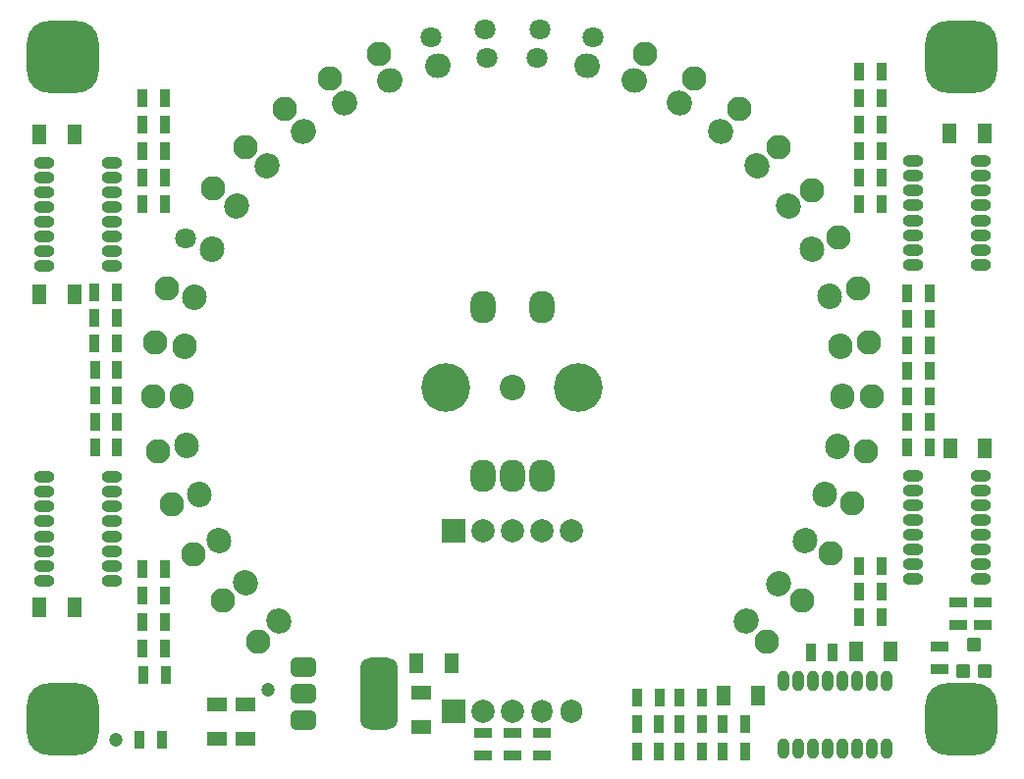
<source format=gts>
G04 Layer_Color=8388736*
%FSLAX44Y44*%
%MOMM*%
G71*
G01*
G75*
%ADD66R,1.2032X1.8032*%
%ADD67R,1.8032X1.2032*%
%ADD68O,1.8032X1.0032*%
%ADD69R,1.5032X0.9032*%
%ADD70R,0.9032X1.5032*%
G04:AMPARAMS|DCode=71|XSize=1.7032mm|YSize=2.2032mm|CornerRadius=0.4766mm|HoleSize=0mm|Usage=FLASHONLY|Rotation=270.000|XOffset=0mm|YOffset=0mm|HoleType=Round|Shape=RoundedRectangle|*
%AMROUNDEDRECTD71*
21,1,1.7032,1.2500,0,0,270.0*
21,1,0.7500,2.2032,0,0,270.0*
1,1,0.9532,-0.6250,-0.3750*
1,1,0.9532,-0.6250,0.3750*
1,1,0.9532,0.6250,0.3750*
1,1,0.9532,0.6250,-0.3750*
%
%ADD71ROUNDEDRECTD71*%
G04:AMPARAMS|DCode=72|XSize=6.2032mm|YSize=3.2032mm|CornerRadius=0.8516mm|HoleSize=0mm|Usage=FLASHONLY|Rotation=270.000|XOffset=0mm|YOffset=0mm|HoleType=Round|Shape=RoundedRectangle|*
%AMROUNDEDRECTD72*
21,1,6.2032,1.5000,0,0,270.0*
21,1,4.5000,3.2032,0,0,270.0*
1,1,1.7032,-0.7500,-2.2500*
1,1,1.7032,-0.7500,2.2500*
1,1,1.7032,0.7500,2.2500*
1,1,1.7032,0.7500,-2.2500*
%
%ADD72ROUNDEDRECTD72*%
%ADD73O,1.0032X1.8032*%
G04:AMPARAMS|DCode=74|XSize=1.2032mm|YSize=1.2032mm|CornerRadius=0.2016mm|HoleSize=0mm|Usage=FLASHONLY|Rotation=0.000|XOffset=0mm|YOffset=0mm|HoleType=Round|Shape=RoundedRectangle|*
%AMROUNDEDRECTD74*
21,1,1.2032,0.8000,0,0,0.0*
21,1,0.8000,1.2032,0,0,0.0*
1,1,0.4032,0.4000,-0.4000*
1,1,0.4032,-0.4000,-0.4000*
1,1,0.4032,-0.4000,0.4000*
1,1,0.4032,0.4000,0.4000*
%
%ADD74ROUNDEDRECTD74*%
%ADD75C,2.0032*%
%ADD76R,2.0032X2.0032*%
%ADD77C,4.2032*%
%ADD78O,2.2032X2.8032*%
%ADD79C,2.1032*%
G04:AMPARAMS|DCode=80|XSize=2.1032mm|YSize=2.2032mm|CornerRadius=0mm|HoleSize=0mm|Usage=FLASHONLY|Rotation=225.000|XOffset=0mm|YOffset=0mm|HoleType=Round|Shape=Round|*
%AMOVALD80*
21,1,0.1000,2.1032,0.0000,0.0000,315.0*
1,1,2.1032,-0.0353,0.0353*
1,1,2.1032,0.0353,-0.0353*
%
%ADD80OVALD80*%

G04:AMPARAMS|DCode=81|XSize=2.1032mm|YSize=2.2032mm|CornerRadius=0mm|HoleSize=0mm|Usage=FLASHONLY|Rotation=157.434|XOffset=0mm|YOffset=0mm|HoleType=Round|Shape=Round|*
%AMOVALD81*
21,1,0.1000,2.1032,0.0000,0.0000,247.4*
1,1,2.1032,0.0192,0.0462*
1,1,2.1032,-0.0192,-0.0462*
%
%ADD81OVALD81*%

%ADD82C,1.8032*%
G04:AMPARAMS|DCode=83|XSize=2.1032mm|YSize=2.2032mm|CornerRadius=0mm|HoleSize=0mm|Usage=FLASHONLY|Rotation=15.844|XOffset=0mm|YOffset=0mm|HoleType=Round|Shape=Round|*
%AMOVALD83*
21,1,0.1000,2.1032,0.0000,0.0000,105.8*
1,1,2.1032,0.0137,-0.0481*
1,1,2.1032,-0.0137,0.0481*
%
%ADD83OVALD83*%

G04:AMPARAMS|DCode=84|XSize=2.1032mm|YSize=2.2032mm|CornerRadius=0mm|HoleSize=0mm|Usage=FLASHONLY|Rotation=216.983|XOffset=0mm|YOffset=0mm|HoleType=Round|Shape=Round|*
%AMOVALD84*
21,1,0.1000,2.1032,0.0000,0.0000,307.0*
1,1,2.1032,-0.0301,0.0399*
1,1,2.1032,0.0301,-0.0399*
%
%ADD84OVALD84*%

G04:AMPARAMS|DCode=85|XSize=2.1032mm|YSize=2.2032mm|CornerRadius=0mm|HoleSize=0mm|Usage=FLASHONLY|Rotation=143.853|XOffset=0mm|YOffset=0mm|HoleType=Round|Shape=Round|*
%AMOVALD85*
21,1,0.1000,2.1032,0.0000,0.0000,233.9*
1,1,2.1032,0.0295,0.0404*
1,1,2.1032,-0.0295,-0.0404*
%
%ADD85OVALD85*%

G04:AMPARAMS|DCode=86|XSize=2.1032mm|YSize=2.2032mm|CornerRadius=0mm|HoleSize=0mm|Usage=FLASHONLY|Rotation=76.940|XOffset=0mm|YOffset=0mm|HoleType=Round|Shape=Round|*
%AMOVALD86*
21,1,0.1000,2.1032,0.0000,0.0000,166.9*
1,1,2.1032,0.0487,-0.0113*
1,1,2.1032,-0.0487,0.0113*
%
%ADD86OVALD86*%

G04:AMPARAMS|DCode=87|XSize=2.1032mm|YSize=2.2032mm|CornerRadius=0mm|HoleSize=0mm|Usage=FLASHONLY|Rotation=7.259|XOffset=0mm|YOffset=0mm|HoleType=Round|Shape=Round|*
%AMOVALD87*
21,1,0.1000,2.1032,0.0000,0.0000,97.3*
1,1,2.1032,0.0063,-0.0496*
1,1,2.1032,-0.0063,0.0496*
%
%ADD87OVALD87*%

G04:AMPARAMS|DCode=88|XSize=2.1032mm|YSize=2.2032mm|CornerRadius=0mm|HoleSize=0mm|Usage=FLASHONLY|Rotation=207.583|XOffset=0mm|YOffset=0mm|HoleType=Round|Shape=Round|*
%AMOVALD88*
21,1,0.1000,2.1032,0.0000,0.0000,297.6*
1,1,2.1032,-0.0232,0.0443*
1,1,2.1032,0.0232,-0.0443*
%
%ADD88OVALD88*%

G04:AMPARAMS|DCode=89|XSize=2.1032mm|YSize=2.2032mm|CornerRadius=0mm|HoleSize=0mm|Usage=FLASHONLY|Rotation=137.905|XOffset=0mm|YOffset=0mm|HoleType=Round|Shape=Round|*
%AMOVALD89*
21,1,0.1000,2.1032,0.0000,0.0000,227.9*
1,1,2.1032,0.0335,0.0371*
1,1,2.1032,-0.0335,-0.0371*
%
%ADD89OVALD89*%

G04:AMPARAMS|DCode=90|XSize=2.1032mm|YSize=2.2032mm|CornerRadius=0mm|HoleSize=0mm|Usage=FLASHONLY|Rotation=68.227|XOffset=0mm|YOffset=0mm|HoleType=Round|Shape=Round|*
%AMOVALD90*
21,1,0.1000,2.1032,0.0000,0.0000,158.2*
1,1,2.1032,0.0464,-0.0186*
1,1,2.1032,-0.0464,0.0186*
%
%ADD90OVALD90*%

G04:AMPARAMS|DCode=91|XSize=2.1032mm|YSize=2.2032mm|CornerRadius=0mm|HoleSize=0mm|Usage=FLASHONLY|Rotation=358.549|XOffset=0mm|YOffset=0mm|HoleType=Round|Shape=Round|*
%AMOVALD91*
21,1,0.1000,2.1032,0.0000,0.0000,88.5*
1,1,2.1032,-0.0013,-0.0500*
1,1,2.1032,0.0013,0.0500*
%
%ADD91OVALD91*%

G04:AMPARAMS|DCode=92|XSize=2.1032mm|YSize=2.2032mm|CornerRadius=0mm|HoleSize=0mm|Usage=FLASHONLY|Rotation=198.889|XOffset=0mm|YOffset=0mm|HoleType=Round|Shape=Round|*
%AMOVALD92*
21,1,0.1000,2.1032,0.0000,0.0000,288.9*
1,1,2.1032,-0.0162,0.0473*
1,1,2.1032,0.0162,-0.0473*
%
%ADD92OVALD92*%

G04:AMPARAMS|DCode=93|XSize=2.1032mm|YSize=2.2032mm|CornerRadius=0mm|HoleSize=0mm|Usage=FLASHONLY|Rotation=129.199|XOffset=0mm|YOffset=0mm|HoleType=Round|Shape=Round|*
%AMOVALD93*
21,1,0.1000,2.1032,0.0000,0.0000,219.2*
1,1,2.1032,0.0387,0.0316*
1,1,2.1032,-0.0387,-0.0316*
%
%ADD93OVALD93*%

G04:AMPARAMS|DCode=94|XSize=2.1032mm|YSize=2.2032mm|CornerRadius=0mm|HoleSize=0mm|Usage=FLASHONLY|Rotation=59.517|XOffset=0mm|YOffset=0mm|HoleType=Round|Shape=Round|*
%AMOVALD94*
21,1,0.1000,2.1032,0.0000,0.0000,149.5*
1,1,2.1032,0.0431,-0.0254*
1,1,2.1032,-0.0431,0.0254*
%
%ADD94OVALD94*%

G04:AMPARAMS|DCode=95|XSize=2.1032mm|YSize=2.2032mm|CornerRadius=0mm|HoleSize=0mm|Usage=FLASHONLY|Rotation=349.821|XOffset=0mm|YOffset=0mm|HoleType=Round|Shape=Round|*
%AMOVALD95*
21,1,0.1000,2.1032,0.0000,0.0000,79.8*
1,1,2.1032,-0.0088,-0.0492*
1,1,2.1032,0.0088,0.0492*
%
%ADD95OVALD95*%

G04:AMPARAMS|DCode=96|XSize=2.1032mm|YSize=2.2032mm|CornerRadius=0mm|HoleSize=0mm|Usage=FLASHONLY|Rotation=190.163|XOffset=0mm|YOffset=0mm|HoleType=Round|Shape=Round|*
%AMOVALD96*
21,1,0.1000,2.1032,0.0000,0.0000,280.2*
1,1,2.1032,-0.0088,0.0492*
1,1,2.1032,0.0088,-0.0492*
%
%ADD96OVALD96*%

G04:AMPARAMS|DCode=97|XSize=2.1032mm|YSize=2.2032mm|CornerRadius=0mm|HoleSize=0mm|Usage=FLASHONLY|Rotation=120.486|XOffset=0mm|YOffset=0mm|HoleType=Round|Shape=Round|*
%AMOVALD97*
21,1,0.1000,2.1032,0.0000,0.0000,210.5*
1,1,2.1032,0.0431,0.0254*
1,1,2.1032,-0.0431,-0.0254*
%
%ADD97OVALD97*%

G04:AMPARAMS|DCode=98|XSize=2.1032mm|YSize=2.2032mm|CornerRadius=0mm|HoleSize=0mm|Usage=FLASHONLY|Rotation=50.807|XOffset=0mm|YOffset=0mm|HoleType=Round|Shape=Round|*
%AMOVALD98*
21,1,0.1000,2.1032,0.0000,0.0000,140.8*
1,1,2.1032,0.0387,-0.0316*
1,1,2.1032,-0.0387,0.0316*
%
%ADD98OVALD98*%

G04:AMPARAMS|DCode=99|XSize=2.1032mm|YSize=2.2032mm|CornerRadius=0mm|HoleSize=0mm|Usage=FLASHONLY|Rotation=341.100|XOffset=0mm|YOffset=0mm|HoleType=Round|Shape=Round|*
%AMOVALD99*
21,1,0.1000,2.1032,0.0000,0.0000,71.1*
1,1,2.1032,-0.0162,-0.0473*
1,1,2.1032,0.0162,0.0473*
%
%ADD99OVALD99*%

G04:AMPARAMS|DCode=100|XSize=2.1032mm|YSize=2.2032mm|CornerRadius=0mm|HoleSize=0mm|Usage=FLASHONLY|Rotation=181.453|XOffset=0mm|YOffset=0mm|HoleType=Round|Shape=Round|*
%AMOVALD100*
21,1,0.1000,2.1032,0.0000,0.0000,271.5*
1,1,2.1032,-0.0013,0.0500*
1,1,2.1032,0.0013,-0.0500*
%
%ADD100OVALD100*%

G04:AMPARAMS|DCode=101|XSize=2.1032mm|YSize=2.2032mm|CornerRadius=0mm|HoleSize=0mm|Usage=FLASHONLY|Rotation=111.776|XOffset=0mm|YOffset=0mm|HoleType=Round|Shape=Round|*
%AMOVALD101*
21,1,0.1000,2.1032,0.0000,0.0000,201.8*
1,1,2.1032,0.0464,0.0186*
1,1,2.1032,-0.0464,-0.0186*
%
%ADD101OVALD101*%

G04:AMPARAMS|DCode=102|XSize=2.1032mm|YSize=2.2032mm|CornerRadius=0mm|HoleSize=0mm|Usage=FLASHONLY|Rotation=42.098|XOffset=0mm|YOffset=0mm|HoleType=Round|Shape=Round|*
%AMOVALD102*
21,1,0.1000,2.1032,0.0000,0.0000,132.1*
1,1,2.1032,0.0335,-0.0371*
1,1,2.1032,-0.0335,0.0371*
%
%ADD102OVALD102*%

G04:AMPARAMS|DCode=103|XSize=2.1032mm|YSize=2.2032mm|CornerRadius=0mm|HoleSize=0mm|Usage=FLASHONLY|Rotation=332.467|XOffset=0mm|YOffset=0mm|HoleType=Round|Shape=Round|*
%AMOVALD103*
21,1,0.1000,2.1032,0.0000,0.0000,62.5*
1,1,2.1032,-0.0231,-0.0443*
1,1,2.1032,0.0231,0.0443*
%
%ADD103OVALD103*%

G04:AMPARAMS|DCode=104|XSize=2.1032mm|YSize=2.2032mm|CornerRadius=0mm|HoleSize=0mm|Usage=FLASHONLY|Rotation=172.744|XOffset=0mm|YOffset=0mm|HoleType=Round|Shape=Round|*
%AMOVALD104*
21,1,0.1000,2.1032,0.0000,0.0000,262.7*
1,1,2.1032,0.0063,0.0496*
1,1,2.1032,-0.0063,-0.0496*
%
%ADD104OVALD104*%

G04:AMPARAMS|DCode=105|XSize=2.1032mm|YSize=2.2032mm|CornerRadius=0mm|HoleSize=0mm|Usage=FLASHONLY|Rotation=103.066|XOffset=0mm|YOffset=0mm|HoleType=Round|Shape=Round|*
%AMOVALD105*
21,1,0.1000,2.1032,0.0000,0.0000,193.1*
1,1,2.1032,0.0487,0.0113*
1,1,2.1032,-0.0487,-0.0113*
%
%ADD105OVALD105*%

G04:AMPARAMS|DCode=106|XSize=2.1032mm|YSize=2.2032mm|CornerRadius=0mm|HoleSize=0mm|Usage=FLASHONLY|Rotation=33.388|XOffset=0mm|YOffset=0mm|HoleType=Round|Shape=Round|*
%AMOVALD106*
21,1,0.1000,2.1032,0.0000,0.0000,123.4*
1,1,2.1032,0.0275,-0.0418*
1,1,2.1032,-0.0275,0.0418*
%
%ADD106OVALD106*%

G04:AMPARAMS|DCode=107|XSize=2.1032mm|YSize=2.2032mm|CornerRadius=0mm|HoleSize=0mm|Usage=FLASHONLY|Rotation=163.883|XOffset=0mm|YOffset=0mm|HoleType=Round|Shape=Round|*
%AMOVALD107*
21,1,0.1000,2.1032,0.0000,0.0000,253.9*
1,1,2.1032,0.0139,0.0480*
1,1,2.1032,-0.0139,-0.0480*
%
%ADD107OVALD107*%

G04:AMPARAMS|DCode=108|XSize=2.1032mm|YSize=2.2032mm|CornerRadius=0mm|HoleSize=0mm|Usage=FLASHONLY|Rotation=24.678|XOffset=0mm|YOffset=0mm|HoleType=Round|Shape=Round|*
%AMOVALD108*
21,1,0.1000,2.1032,0.0000,0.0000,114.7*
1,1,2.1032,0.0209,-0.0454*
1,1,2.1032,-0.0209,0.0454*
%
%ADD108OVALD108*%

G04:AMPARAMS|DCode=109|XSize=2.1032mm|YSize=2.2032mm|CornerRadius=0mm|HoleSize=0mm|Usage=FLASHONLY|Rotation=315.063|XOffset=0mm|YOffset=0mm|HoleType=Round|Shape=Round|*
%AMOVALD109*
21,1,0.1000,2.1032,0.0000,0.0000,45.1*
1,1,2.1032,-0.0353,-0.0354*
1,1,2.1032,0.0353,0.0354*
%
%ADD109OVALD109*%

G04:AMPARAMS|DCode=110|XSize=6.2032mm|YSize=6.2032mm|CornerRadius=1.9016mm|HoleSize=0mm|Usage=FLASHONLY|Rotation=0.000|XOffset=0mm|YOffset=0mm|HoleType=Round|Shape=RoundedRectangle|*
%AMROUNDEDRECTD110*
21,1,6.2032,2.4000,0,0,0.0*
21,1,2.4000,6.2032,0,0,0.0*
1,1,3.8032,1.2000,-1.2000*
1,1,3.8032,-1.2000,-1.2000*
1,1,3.8032,-1.2000,1.2000*
1,1,3.8032,1.2000,1.2000*
%
%ADD110ROUNDEDRECTD110*%
%ADD111C,2.2032*%
%ADD112O,1.8032X2.0032*%
%ADD113O,1.9032X2.0032*%
%ADD114C,1.2032*%
D66*
X212358Y-265684D02*
D03*
X182358Y-265684D02*
D03*
X296658Y-227330D02*
D03*
X326658D02*
D03*
X-377684Y218694D02*
D03*
X-407684D02*
D03*
X-82310Y-237490D02*
D03*
X-52310D02*
D03*
X-377684Y80518D02*
D03*
X-407684D02*
D03*
X-377670Y-189992D02*
D03*
X-407670D02*
D03*
X377684Y-52070D02*
D03*
X407684D02*
D03*
X377430Y219202D02*
D03*
X407430D02*
D03*
D67*
X-254508Y-273276D02*
D03*
Y-303276D02*
D03*
X-229870Y-303290D02*
D03*
Y-273290D02*
D03*
X-78740Y-293130D02*
D03*
Y-263130D02*
D03*
D68*
X-345440Y155800D02*
D03*
Y168500D02*
D03*
Y181200D02*
D03*
Y193900D02*
D03*
X-403940Y155750D02*
D03*
Y168500D02*
D03*
Y181200D02*
D03*
Y193900D02*
D03*
Y142900D02*
D03*
Y130200D02*
D03*
Y117500D02*
D03*
Y104750D02*
D03*
X-345440Y142900D02*
D03*
Y130200D02*
D03*
Y117500D02*
D03*
Y104800D02*
D03*
X345440Y-127000D02*
D03*
Y-139700D02*
D03*
Y-152400D02*
D03*
Y-165100D02*
D03*
X403940Y-126950D02*
D03*
Y-139700D02*
D03*
Y-152400D02*
D03*
Y-165100D02*
D03*
Y-114100D02*
D03*
Y-101400D02*
D03*
Y-88700D02*
D03*
Y-75950D02*
D03*
X345440Y-114100D02*
D03*
Y-101400D02*
D03*
Y-88700D02*
D03*
Y-76000D02*
D03*
X345440Y195200D02*
D03*
Y182500D02*
D03*
Y169800D02*
D03*
Y157100D02*
D03*
X403940Y195250D02*
D03*
Y182500D02*
D03*
Y169800D02*
D03*
Y157100D02*
D03*
Y106100D02*
D03*
Y118800D02*
D03*
Y131500D02*
D03*
Y144250D02*
D03*
X345440Y106100D02*
D03*
Y118800D02*
D03*
Y131500D02*
D03*
Y144200D02*
D03*
X-345440Y-166400D02*
D03*
Y-153700D02*
D03*
Y-141000D02*
D03*
Y-128300D02*
D03*
X-403940Y-166450D02*
D03*
Y-153700D02*
D03*
Y-141000D02*
D03*
Y-128300D02*
D03*
Y-77300D02*
D03*
Y-90000D02*
D03*
Y-102700D02*
D03*
Y-115450D02*
D03*
X-345440Y-77300D02*
D03*
Y-90000D02*
D03*
Y-102700D02*
D03*
Y-115400D02*
D03*
D69*
X406146Y-185674D02*
D03*
Y-204978D02*
D03*
X-25400Y-297942D02*
D03*
Y-317246D02*
D03*
X0D02*
D03*
Y-297942D02*
D03*
X25400D02*
D03*
Y-317246D02*
D03*
X368300Y-223774D02*
D03*
Y-243078D02*
D03*
X384810Y-185420D02*
D03*
Y-204724D02*
D03*
D70*
X-321056Y-304038D02*
D03*
X-301752D02*
D03*
X276606Y-228600D02*
D03*
X257302D02*
D03*
X-298958Y-247650D02*
D03*
X-318262D02*
D03*
X359918Y-7620D02*
D03*
X340614D02*
D03*
X299466Y-198374D02*
D03*
X318770D02*
D03*
X359918Y-29718D02*
D03*
X340614D02*
D03*
Y14732D02*
D03*
X359918D02*
D03*
Y36830D02*
D03*
X340614D02*
D03*
X299212Y227330D02*
D03*
X318516D02*
D03*
X359918Y59182D02*
D03*
X340614D02*
D03*
X318516Y158750D02*
D03*
X299212D02*
D03*
Y181610D02*
D03*
X318516D02*
D03*
Y204470D02*
D03*
X299212D02*
D03*
Y250190D02*
D03*
X318516D02*
D03*
Y273050D02*
D03*
X299212D02*
D03*
X-340868Y82042D02*
D03*
X-360172D02*
D03*
X-318516Y250190D02*
D03*
X-299212D02*
D03*
Y227330D02*
D03*
X-318516D02*
D03*
Y204470D02*
D03*
X-299212D02*
D03*
Y181610D02*
D03*
X-318516D02*
D03*
Y158750D02*
D03*
X-299212D02*
D03*
X-340868Y59944D02*
D03*
X-360172D02*
D03*
Y37846D02*
D03*
X-340868D02*
D03*
X-299212Y-179070D02*
D03*
X-318516D02*
D03*
X-359918Y15494D02*
D03*
X-340614D02*
D03*
Y-6858D02*
D03*
X-359918D02*
D03*
Y-29210D02*
D03*
X-340614D02*
D03*
Y-51820D02*
D03*
X-359918D02*
D03*
X-318516Y-156210D02*
D03*
X-299212D02*
D03*
Y-201930D02*
D03*
X-318516D02*
D03*
Y-224790D02*
D03*
X-299212D02*
D03*
X163576Y-267208D02*
D03*
X144272D02*
D03*
X200660Y-290576D02*
D03*
X181356D02*
D03*
X107442D02*
D03*
X126746D02*
D03*
X107696Y-267208D02*
D03*
X127000D02*
D03*
X200660Y-314198D02*
D03*
X181356D02*
D03*
X126746D02*
D03*
X107442D02*
D03*
X163830D02*
D03*
X144526D02*
D03*
Y-290576D02*
D03*
X163830D02*
D03*
X318516Y-176276D02*
D03*
X299212D02*
D03*
X340868Y-51816D02*
D03*
X360172D02*
D03*
X340614Y81534D02*
D03*
X359918D02*
D03*
X318770Y-154432D02*
D03*
X299466D02*
D03*
D71*
X-180020Y-287060D02*
D03*
Y-241260D02*
D03*
Y-264160D02*
D03*
D72*
X-115020D02*
D03*
D73*
X233934Y-311658D02*
D03*
X246634D02*
D03*
X259334D02*
D03*
X272034D02*
D03*
X233884Y-253158D02*
D03*
X246634D02*
D03*
X259334D02*
D03*
X272034D02*
D03*
X323034D02*
D03*
X310334D02*
D03*
X297634D02*
D03*
X284884D02*
D03*
X323034Y-311658D02*
D03*
X310334D02*
D03*
X297634D02*
D03*
X284934D02*
D03*
D74*
X398272Y-221488D02*
D03*
X388874Y-244602D02*
D03*
X407670D02*
D03*
D75*
X50800Y-123190D02*
D03*
X25400D02*
D03*
X0D02*
D03*
X-25400D02*
D03*
Y-279400D02*
D03*
X0D02*
D03*
D76*
X-50800Y-123190D02*
D03*
Y-279400D02*
D03*
D77*
X57150Y0D02*
D03*
X-57150Y0D02*
D03*
D78*
X-25400Y-76200D02*
D03*
X25400D02*
D03*
X0D02*
D03*
X-25400Y69850D02*
D03*
X25400D02*
D03*
D79*
X-219203Y-219203D02*
D03*
X298046Y85257D02*
D03*
X-249678Y-183738D02*
D03*
X-258174Y171552D02*
D03*
X307516Y39168D02*
D03*
X-274765Y-143542D02*
D03*
X-230031Y207811D02*
D03*
X114988Y287885D02*
D03*
X309900Y-7851D02*
D03*
X-293306Y-100358D02*
D03*
X-195926Y240235D02*
D03*
X157256Y267152D02*
D03*
X305121Y-54783D02*
D03*
X-305136Y-54700D02*
D03*
X-157270Y267145D02*
D03*
X195898Y240258D02*
D03*
X293390Y-100109D02*
D03*
X-309900Y-7863D02*
D03*
X-115003Y287879D02*
D03*
X230021Y207823D02*
D03*
X274892Y-143304D02*
D03*
X-307518Y39153D02*
D03*
X258839Y170595D02*
D03*
X249680Y-183745D02*
D03*
X-298041Y85273D02*
D03*
X281687Y129431D02*
D03*
X219441Y-218959D02*
D03*
D80*
X-201525Y-201525D02*
D03*
D81*
X-258887Y119190D02*
D03*
D82*
X-281973Y128784D02*
D03*
X21496Y284189D02*
D03*
X23635Y309097D02*
D03*
X70051Y301982D02*
D03*
X-70083Y301974D02*
D03*
X-21647Y284177D02*
D03*
X-23546Y309104D02*
D03*
D83*
X273995Y78432D02*
D03*
D84*
X-229708Y-168698D02*
D03*
D85*
X-237987Y156805D02*
D03*
X229545Y-168927D02*
D03*
D86*
X64402Y277628D02*
D03*
D87*
X282716Y36009D02*
D03*
D88*
X-252607Y-131966D02*
D03*
D89*
X-211480Y191052D02*
D03*
D90*
X105715Y264668D02*
D03*
D91*
X284909Y-7218D02*
D03*
D92*
X-269652Y-92264D02*
D03*
D93*
X-180126Y220861D02*
D03*
D94*
X144574Y245608D02*
D03*
D95*
X280515Y-50365D02*
D03*
D96*
X-280528Y-50289D02*
D03*
D97*
X-144587Y245601D02*
D03*
D98*
X180100Y220883D02*
D03*
D99*
X269738Y-92011D02*
D03*
D100*
X-284908Y-7229D02*
D03*
D101*
X-105728Y264663D02*
D03*
D102*
X211471Y191063D02*
D03*
D103*
X252724Y-131747D02*
D03*
D104*
X-282718Y35995D02*
D03*
D105*
X-64431Y277621D02*
D03*
D106*
X237965Y156837D02*
D03*
D107*
X-274024Y78333D02*
D03*
D108*
X258970Y118993D02*
D03*
D109*
X201744Y-201301D02*
D03*
D110*
X387350Y-285750D02*
D03*
X-387350D02*
D03*
Y285750D02*
D03*
X387350D02*
D03*
D111*
X0Y0D02*
D03*
D112*
X25400Y-279400D02*
D03*
D113*
X50800D02*
D03*
D114*
X-229870Y-273290D02*
D03*
X-341630Y-304040D02*
D03*
X-210820Y-260350D02*
D03*
M02*

</source>
